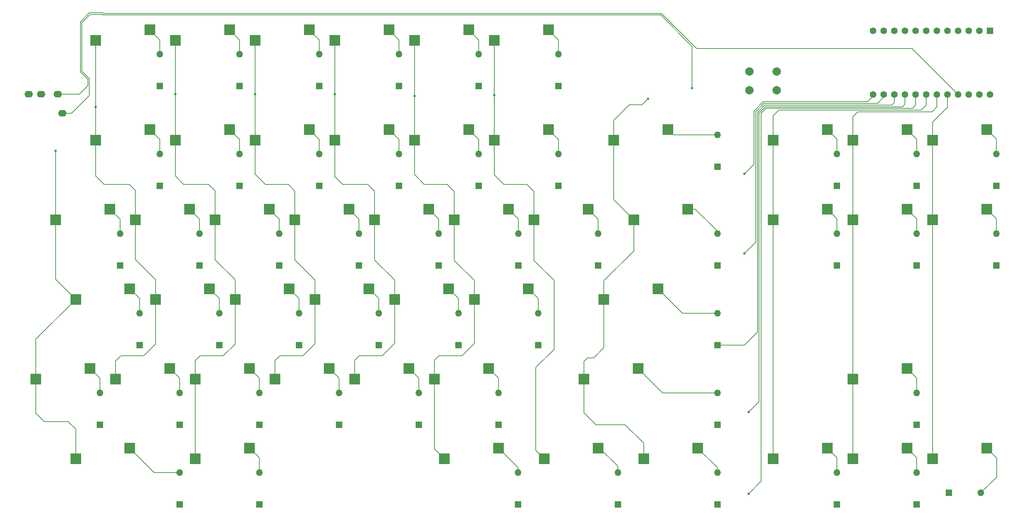
<source format=gbr>
%TF.GenerationSoftware,KiCad,Pcbnew,7.0.5*%
%TF.CreationDate,2023-06-22T07:54:55+00:00*%
%TF.ProjectId,Entry-right,456e7472-792d-4726-9967-68742e6b6963,rev?*%
%TF.SameCoordinates,Original*%
%TF.FileFunction,Copper,L2,Bot*%
%TF.FilePolarity,Positive*%
%FSLAX46Y46*%
G04 Gerber Fmt 4.6, Leading zero omitted, Abs format (unit mm)*
G04 Created by KiCad (PCBNEW 7.0.5) date 2023-06-22 07:54:55*
%MOMM*%
%LPD*%
G01*
G04 APERTURE LIST*
%TA.AperFunction,SMDPad,CuDef*%
%ADD10R,2.550000X2.500000*%
%TD*%
%TA.AperFunction,ComponentPad*%
%ADD11R,1.600000X1.600000*%
%TD*%
%TA.AperFunction,ComponentPad*%
%ADD12C,1.600000*%
%TD*%
%TA.AperFunction,ComponentPad*%
%ADD13C,2.000000*%
%TD*%
%TA.AperFunction,ComponentPad*%
%ADD14O,2.000000X1.600000*%
%TD*%
%TA.AperFunction,ComponentPad*%
%ADD15O,1.600000X1.600000*%
%TD*%
%TA.AperFunction,ViaPad*%
%ADD16C,0.600000*%
%TD*%
%TA.AperFunction,Conductor*%
%ADD17C,0.200000*%
%TD*%
G04 APERTURE END LIST*
D10*
%TO.P,MX17,1,COL*%
%TO.N,col4*%
X96102500Y-77470000D03*
%TO.P,MX17,2,ROW*%
%TO.N,Net-(D17-A)*%
X109029500Y-74930000D03*
%TD*%
%TO.P,MX21,1,COL*%
%TO.N,col8*%
X177065000Y-77470000D03*
%TO.P,MX21,2,ROW*%
%TO.N,Net-(D21-A)*%
X189992000Y-74930000D03*
%TD*%
%TO.P,MX33,1,COL*%
%TO.N,col5*%
X110390000Y-115570000D03*
%TO.P,MX33,2,ROW*%
%TO.N,Net-(D33-A)*%
X123317000Y-113030000D03*
%TD*%
%TO.P,MX8,1,COL*%
%TO.N,col3*%
X67527500Y-58420000D03*
%TO.P,MX8,2,ROW*%
%TO.N,Net-(D8-A)*%
X80454500Y-55880000D03*
%TD*%
%TO.P,MX36,1,COL*%
%TO.N,col1*%
X43715000Y-134620000D03*
%TO.P,MX36,2,ROW*%
%TO.N,Net-(D36-A)*%
X56642000Y-132080000D03*
%TD*%
%TO.P,MX42,1,COL*%
%TO.N,col10*%
X229452500Y-58420000D03*
%TO.P,MX42,2,ROW*%
%TO.N,Net-(D42-A)*%
X242379500Y-55880000D03*
%TD*%
%TO.P,MX46,1,COL*%
%TO.N,col11*%
X248502500Y-77470000D03*
%TO.P,MX46,2,ROW*%
%TO.N,Net-(D46-A)*%
X261429500Y-74930000D03*
%TD*%
%TO.P,MX32,1,COL*%
%TO.N,col4*%
X91340000Y-115570000D03*
%TO.P,MX32,2,ROW*%
%TO.N,Net-(D32-A)*%
X104267000Y-113030000D03*
%TD*%
%TO.P,MX23,1,COL*%
%TO.N,col2*%
X62765000Y-96520000D03*
%TO.P,MX23,2,ROW*%
%TO.N,Net-(D23-A)*%
X75692000Y-93980000D03*
%TD*%
%TO.P,MX37,1,COL*%
%TO.N,col3*%
X72290000Y-134620000D03*
%TO.P,MX37,2,ROW*%
%TO.N,Net-(D37-A)*%
X85217000Y-132080000D03*
%TD*%
%TO.P,MX45,1,COL*%
%TO.N,col10*%
X229452500Y-77470000D03*
%TO.P,MX45,2,ROW*%
%TO.N,Net-(D45-A)*%
X242379500Y-74930000D03*
%TD*%
%TO.P,MX27,1,COL*%
%TO.N,col6*%
X138965000Y-96520000D03*
%TO.P,MX27,2,ROW*%
%TO.N,Net-(D27-A)*%
X151892000Y-93980000D03*
%TD*%
%TO.P,MX4,1,COL*%
%TO.N,col5*%
X105627500Y-34607500D03*
%TO.P,MX4,2,ROW*%
%TO.N,Net-(D4-A)*%
X118554500Y-32067500D03*
%TD*%
%TO.P,MX13,1,COL*%
%TO.N,col8*%
X172302500Y-58420000D03*
%TO.P,MX13,2,ROW*%
%TO.N,Net-(D13-A)*%
X185229500Y-55880000D03*
%TD*%
%TO.P,MX29,1,COL*%
%TO.N,col1*%
X34190000Y-115570000D03*
%TO.P,MX29,2,ROW*%
%TO.N,Net-(D29-A)*%
X47117000Y-113030000D03*
%TD*%
%TO.P,MX18,1,COL*%
%TO.N,col5*%
X115152500Y-77470000D03*
%TO.P,MX18,2,ROW*%
%TO.N,Net-(D18-A)*%
X128079500Y-74930000D03*
%TD*%
%TO.P,MX20,1,COL*%
%TO.N,col7*%
X153252500Y-77470000D03*
%TO.P,MX20,2,ROW*%
%TO.N,Net-(D20-A)*%
X166179500Y-74930000D03*
%TD*%
%TO.P,MX48,1,COL*%
%TO.N,col9*%
X210402500Y-134620000D03*
%TO.P,MX48,2,ROW*%
%TO.N,Net-(D48-A)*%
X223329500Y-132080000D03*
%TD*%
D11*
%TO.P,U1,1,TX*%
%TO.N,col8*%
X262201750Y-32291750D03*
D12*
%TO.P,U1,2,RX*%
%TO.N,col1*%
X259661750Y-32291750D03*
%TO.P,U1,3,GND*%
%TO.N,unconnected-(U1-GND-Pad3)*%
X257121750Y-32291750D03*
%TO.P,U1,4,GND*%
%TO.N,unconnected-(U1-GND-Pad4)*%
X254581750Y-32291750D03*
%TO.P,U1,5,SDA*%
%TO.N,col2*%
X252041750Y-32291750D03*
%TO.P,U1,6,SCL*%
%TO.N,SCL*%
X249501750Y-32291750D03*
%TO.P,U1,7,D4*%
%TO.N,col3*%
X246961750Y-32291750D03*
%TO.P,U1,8,C6*%
%TO.N,col4*%
X244421750Y-32291750D03*
%TO.P,U1,9,D7*%
%TO.N,col5*%
X241881750Y-32291750D03*
%TO.P,U1,10,E6*%
%TO.N,col6*%
X239341750Y-32291750D03*
%TO.P,U1,11,B4*%
%TO.N,col7*%
X236801750Y-32291750D03*
%TO.P,U1,12,B5*%
%TO.N,row1*%
X234261750Y-32291750D03*
%TO.P,U1,13,B6*%
%TO.N,row2*%
X234261750Y-47531750D03*
%TO.P,U1,14,B2*%
%TO.N,row3*%
X236801750Y-47531750D03*
%TO.P,U1,15,B3*%
%TO.N,row4*%
X239341750Y-47531750D03*
%TO.P,U1,16,B1*%
%TO.N,row5*%
X241881750Y-47531750D03*
%TO.P,U1,17,F7*%
%TO.N,row6*%
X244421750Y-47531750D03*
%TO.P,U1,18,F6*%
%TO.N,col9*%
X246961750Y-47531750D03*
%TO.P,U1,19,F5*%
%TO.N,col10*%
X249501750Y-47531750D03*
%TO.P,U1,20,F4*%
%TO.N,col11*%
X252041750Y-47531750D03*
%TO.P,U1,21,VCC*%
%TO.N,VCC*%
X254581750Y-47531750D03*
%TO.P,U1,22,RST*%
%TO.N,RESET*%
X257121750Y-47531750D03*
%TO.P,U1,23,GND*%
%TO.N,GND*%
X259661750Y-47531750D03*
%TO.P,U1,24,RAW*%
%TO.N,unconnected-(U1-RAW-Pad24)*%
X262201750Y-47531750D03*
%TD*%
D10*
%TO.P,MX9,1,COL*%
%TO.N,col4*%
X86577500Y-58420000D03*
%TO.P,MX9,2,ROW*%
%TO.N,Net-(D9-A)*%
X99504500Y-55880000D03*
%TD*%
%TO.P,MX19,1,COL*%
%TO.N,col6*%
X134202500Y-77470000D03*
%TO.P,MX19,2,ROW*%
%TO.N,Net-(D19-A)*%
X147129500Y-74930000D03*
%TD*%
%TO.P,MX25,1,COL*%
%TO.N,col4*%
X100865000Y-96520000D03*
%TO.P,MX25,2,ROW*%
%TO.N,Net-(D25-A)*%
X113792000Y-93980000D03*
%TD*%
%TO.P,MX26,1,COL*%
%TO.N,col5*%
X119915000Y-96520000D03*
%TO.P,MX26,2,ROW*%
%TO.N,Net-(D26-A)*%
X132842000Y-93980000D03*
%TD*%
%TO.P,MX3,1,COL*%
%TO.N,col4*%
X86577500Y-34607500D03*
%TO.P,MX3,2,ROW*%
%TO.N,Net-(D3-A)*%
X99504500Y-32067500D03*
%TD*%
%TO.P,MX31,1,COL*%
%TO.N,col3*%
X72290000Y-115570000D03*
%TO.P,MX31,2,ROW*%
%TO.N,Net-(D31-A)*%
X85217000Y-113030000D03*
%TD*%
%TO.P,MX10,1,COL*%
%TO.N,col5*%
X105627500Y-58420000D03*
%TO.P,MX10,2,ROW*%
%TO.N,Net-(D10-A)*%
X118554500Y-55880000D03*
%TD*%
%TO.P,MX49,1,COL*%
%TO.N,col10*%
X229452500Y-134620000D03*
%TO.P,MX49,2,ROW*%
%TO.N,Net-(D49-A)*%
X242379500Y-132080000D03*
%TD*%
%TO.P,MX11,1,COL*%
%TO.N,col6*%
X124677500Y-58420000D03*
%TO.P,MX11,2,ROW*%
%TO.N,Net-(D11-A)*%
X137604500Y-55880000D03*
%TD*%
%TO.P,MX28,1,COL*%
%TO.N,col8*%
X169921250Y-96520000D03*
%TO.P,MX28,2,ROW*%
%TO.N,Net-(D28-A)*%
X182848250Y-93980000D03*
%TD*%
%TO.P,MX12,1,COL*%
%TO.N,col7*%
X143727500Y-58420000D03*
%TO.P,MX12,2,ROW*%
%TO.N,Net-(D12-A)*%
X156654500Y-55880000D03*
%TD*%
%TO.P,MX44,1,COL*%
%TO.N,col9*%
X210402500Y-77470000D03*
%TO.P,MX44,2,ROW*%
%TO.N,Net-(D44-A)*%
X223329500Y-74930000D03*
%TD*%
%TO.P,MX40,1,COL*%
%TO.N,col8*%
X179446250Y-134620000D03*
%TO.P,MX40,2,ROW*%
%TO.N,Net-(D40-A)*%
X192373250Y-132080000D03*
%TD*%
%TO.P,MX22,1,COL*%
%TO.N,col1*%
X43715000Y-96520000D03*
%TO.P,MX22,2,ROW*%
%TO.N,Net-(D22-A)*%
X56642000Y-93980000D03*
%TD*%
%TO.P,MX14,1,COL*%
%TO.N,col1*%
X38952500Y-77470000D03*
%TO.P,MX14,2,ROW*%
%TO.N,Net-(D14-A)*%
X51879500Y-74930000D03*
%TD*%
%TO.P,MX35,1,COL*%
%TO.N,col8*%
X165158750Y-115570000D03*
%TO.P,MX35,2,ROW*%
%TO.N,Net-(D35-A)*%
X178085750Y-113030000D03*
%TD*%
%TO.P,MX24,1,COL*%
%TO.N,col3*%
X81815000Y-96520000D03*
%TO.P,MX24,2,ROW*%
%TO.N,Net-(D24-A)*%
X94742000Y-93980000D03*
%TD*%
%TO.P,MX43,1,COL*%
%TO.N,col11*%
X248502500Y-58420000D03*
%TO.P,MX43,2,ROW*%
%TO.N,Net-(D43-A)*%
X261429500Y-55880000D03*
%TD*%
%TO.P,MX38,1,COL*%
%TO.N,col6*%
X131821250Y-134620000D03*
%TO.P,MX38,2,ROW*%
%TO.N,Net-(D38-A)*%
X144748250Y-132080000D03*
%TD*%
%TO.P,MX7,1,COL*%
%TO.N,col2*%
X48477500Y-58420000D03*
%TO.P,MX7,2,ROW*%
%TO.N,Net-(D7-A)*%
X61404500Y-55880000D03*
%TD*%
D13*
%TO.P,RESET1,1,1*%
%TO.N,RESET*%
X211212500Y-46541250D03*
X204712500Y-46541250D03*
%TO.P,RESET1,2,2*%
%TO.N,GND*%
X211212500Y-42041250D03*
X204712500Y-42041250D03*
%TD*%
D10*
%TO.P,MX30,1,COL*%
%TO.N,col2*%
X53240000Y-115570000D03*
%TO.P,MX30,2,ROW*%
%TO.N,Net-(D30-A)*%
X66167000Y-113030000D03*
%TD*%
D14*
%TO.P,U2,1,SLEEVE*%
%TO.N,GND*%
X40550000Y-52022500D03*
%TO.P,U2,2,TIP*%
%TO.N,VCC*%
X39450000Y-47422500D03*
%TO.P,U2,3,RING1*%
%TO.N,SCL*%
X35450000Y-47422500D03*
%TO.P,U2,4,RING2*%
%TO.N,unconnected-(U2-RING2-Pad4)*%
X32450000Y-47422500D03*
%TD*%
D10*
%TO.P,MX41,1,COL*%
%TO.N,col9*%
X210402500Y-58420000D03*
%TO.P,MX41,2,ROW*%
%TO.N,Net-(D41-A)*%
X223329500Y-55880000D03*
%TD*%
%TO.P,MX34,1,COL*%
%TO.N,col6*%
X129440000Y-115570000D03*
%TO.P,MX34,2,ROW*%
%TO.N,Net-(D34-A)*%
X142367000Y-113030000D03*
%TD*%
%TO.P,MX47,1,COL*%
%TO.N,col10*%
X229452500Y-115570000D03*
%TO.P,MX47,2,ROW*%
%TO.N,Net-(D47-A)*%
X242379500Y-113030000D03*
%TD*%
%TO.P,MX2,1,COL*%
%TO.N,col3*%
X67527500Y-34607500D03*
%TO.P,MX2,2,ROW*%
%TO.N,Net-(D2-A)*%
X80454500Y-32067500D03*
%TD*%
%TO.P,MX6,1,COL*%
%TO.N,col7*%
X143727500Y-34607500D03*
%TO.P,MX6,2,ROW*%
%TO.N,Net-(D6-A)*%
X156654500Y-32067500D03*
%TD*%
%TO.P,MX39,1,COL*%
%TO.N,col7*%
X155633750Y-134620000D03*
%TO.P,MX39,2,ROW*%
%TO.N,Net-(D39-A)*%
X168560750Y-132080000D03*
%TD*%
%TO.P,MX5,1,COL*%
%TO.N,col6*%
X124677500Y-34607500D03*
%TO.P,MX5,2,ROW*%
%TO.N,Net-(D5-A)*%
X137604500Y-32067500D03*
%TD*%
%TO.P,MX15,1,COL*%
%TO.N,col2*%
X58002500Y-77470000D03*
%TO.P,MX15,2,ROW*%
%TO.N,Net-(D15-A)*%
X70929500Y-74930000D03*
%TD*%
%TO.P,MX1,1,COL*%
%TO.N,col2*%
X48477500Y-34607500D03*
%TO.P,MX1,2,ROW*%
%TO.N,Net-(D1-A)*%
X61404500Y-32067500D03*
%TD*%
%TO.P,MX16,1,COL*%
%TO.N,col3*%
X77052500Y-77470000D03*
%TO.P,MX16,2,ROW*%
%TO.N,Net-(D16-A)*%
X89979500Y-74930000D03*
%TD*%
%TO.P,MX50,1,COL*%
%TO.N,col11*%
X248502500Y-134620000D03*
%TO.P,MX50,2,ROW*%
%TO.N,Net-(D50-A)*%
X261429500Y-132080000D03*
%TD*%
D11*
%TO.P,D37,1,K*%
%TO.N,row6*%
X87562500Y-145530000D03*
D15*
%TO.P,D37,2,A*%
%TO.N,Net-(D37-A)*%
X87562500Y-137910000D03*
%TD*%
D11*
%TO.P,D49,1,K*%
%TO.N,row6*%
X244677500Y-145530000D03*
D15*
%TO.P,D49,2,A*%
%TO.N,Net-(D49-A)*%
X244677500Y-137910000D03*
%TD*%
D11*
%TO.P,D26,1,K*%
%TO.N,row4*%
X135187500Y-107430000D03*
D15*
%TO.P,D26,2,A*%
%TO.N,Net-(D26-A)*%
X135187500Y-99810000D03*
%TD*%
D11*
%TO.P,D43,1,K*%
%TO.N,row2*%
X263727500Y-69330000D03*
D15*
%TO.P,D43,2,A*%
%TO.N,Net-(D43-A)*%
X263727500Y-61710000D03*
%TD*%
D11*
%TO.P,D8,1,K*%
%TO.N,row2*%
X82862500Y-69330000D03*
D15*
%TO.P,D8,2,A*%
%TO.N,Net-(D8-A)*%
X82862500Y-61710000D03*
%TD*%
D11*
%TO.P,D2,1,K*%
%TO.N,row1*%
X82862500Y-45517500D03*
D15*
%TO.P,D2,2,A*%
%TO.N,Net-(D2-A)*%
X82862500Y-37897500D03*
%TD*%
D11*
%TO.P,D14,1,K*%
%TO.N,row3*%
X54287500Y-88380000D03*
D15*
%TO.P,D14,2,A*%
%TO.N,Net-(D14-A)*%
X54287500Y-80760000D03*
%TD*%
D11*
%TO.P,D18,1,K*%
%TO.N,row3*%
X130472500Y-88380000D03*
D15*
%TO.P,D18,2,A*%
%TO.N,Net-(D18-A)*%
X130472500Y-80760000D03*
%TD*%
D11*
%TO.P,D1,1,K*%
%TO.N,row1*%
X63812500Y-45517500D03*
D15*
%TO.P,D1,2,A*%
%TO.N,Net-(D1-A)*%
X63812500Y-37897500D03*
%TD*%
D11*
%TO.P,D3,1,K*%
%TO.N,row1*%
X101912500Y-45517500D03*
D15*
%TO.P,D3,2,A*%
%TO.N,Net-(D3-A)*%
X101912500Y-37897500D03*
%TD*%
D11*
%TO.P,D25,1,K*%
%TO.N,row4*%
X116137500Y-107430000D03*
D15*
%TO.P,D25,2,A*%
%TO.N,Net-(D25-A)*%
X116137500Y-99810000D03*
%TD*%
D11*
%TO.P,D32,1,K*%
%TO.N,row5*%
X106612500Y-126480000D03*
D15*
%TO.P,D32,2,A*%
%TO.N,Net-(D32-A)*%
X106612500Y-118860000D03*
%TD*%
D11*
%TO.P,D41,1,K*%
%TO.N,row2*%
X225627500Y-69330000D03*
D15*
%TO.P,D41,2,A*%
%TO.N,Net-(D41-A)*%
X225627500Y-61710000D03*
%TD*%
D11*
%TO.P,D24,1,K*%
%TO.N,row4*%
X97087500Y-107430000D03*
D15*
%TO.P,D24,2,A*%
%TO.N,Net-(D24-A)*%
X97087500Y-99810000D03*
%TD*%
D11*
%TO.P,D19,1,K*%
%TO.N,row3*%
X149522500Y-88380000D03*
D15*
%TO.P,D19,2,A*%
%TO.N,Net-(D19-A)*%
X149522500Y-80760000D03*
%TD*%
D11*
%TO.P,D10,1,K*%
%TO.N,row2*%
X120962500Y-69330000D03*
D15*
%TO.P,D10,2,A*%
%TO.N,Net-(D10-A)*%
X120962500Y-61710000D03*
%TD*%
D11*
%TO.P,D39,1,K*%
%TO.N,row6*%
X173287500Y-145530000D03*
D15*
%TO.P,D39,2,A*%
%TO.N,Net-(D39-A)*%
X173287500Y-137910000D03*
%TD*%
D11*
%TO.P,D46,1,K*%
%TO.N,row3*%
X263727500Y-88380000D03*
D15*
%TO.P,D46,2,A*%
%TO.N,Net-(D46-A)*%
X263727500Y-80760000D03*
%TD*%
D11*
%TO.P,D4,1,K*%
%TO.N,row1*%
X120962500Y-45517500D03*
D15*
%TO.P,D4,2,A*%
%TO.N,Net-(D4-A)*%
X120962500Y-37897500D03*
%TD*%
D11*
%TO.P,D21,1,K*%
%TO.N,row3*%
X197052500Y-88380000D03*
D15*
%TO.P,D21,2,A*%
%TO.N,Net-(D21-A)*%
X197052500Y-80760000D03*
%TD*%
D11*
%TO.P,D40,1,K*%
%TO.N,row6*%
X197052500Y-145530000D03*
D15*
%TO.P,D40,2,A*%
%TO.N,Net-(D40-A)*%
X197052500Y-137910000D03*
%TD*%
D11*
%TO.P,D50,1,K*%
%TO.N,row6*%
X252390000Y-142800000D03*
D15*
%TO.P,D50,2,A*%
%TO.N,Net-(D50-A)*%
X260010000Y-142800000D03*
%TD*%
D11*
%TO.P,D38,1,K*%
%TO.N,row6*%
X149427500Y-145530000D03*
D15*
%TO.P,D38,2,A*%
%TO.N,Net-(D38-A)*%
X149427500Y-137910000D03*
%TD*%
D11*
%TO.P,D33,1,K*%
%TO.N,row5*%
X125662500Y-126480000D03*
D15*
%TO.P,D33,2,A*%
%TO.N,Net-(D33-A)*%
X125662500Y-118860000D03*
%TD*%
D11*
%TO.P,D20,1,K*%
%TO.N,row3*%
X168577500Y-88380000D03*
D15*
%TO.P,D20,2,A*%
%TO.N,Net-(D20-A)*%
X168577500Y-80760000D03*
%TD*%
D11*
%TO.P,D47,1,K*%
%TO.N,row5*%
X244677500Y-126480000D03*
D15*
%TO.P,D47,2,A*%
%TO.N,Net-(D47-A)*%
X244677500Y-118860000D03*
%TD*%
D11*
%TO.P,D13,1,K*%
%TO.N,row2*%
X197052500Y-64770000D03*
D15*
%TO.P,D13,2,A*%
%TO.N,Net-(D13-A)*%
X197052500Y-57150000D03*
%TD*%
D11*
%TO.P,D16,1,K*%
%TO.N,row3*%
X92372500Y-88380000D03*
D15*
%TO.P,D16,2,A*%
%TO.N,Net-(D16-A)*%
X92372500Y-80760000D03*
%TD*%
D11*
%TO.P,D30,1,K*%
%TO.N,row5*%
X68512500Y-126480000D03*
D15*
%TO.P,D30,2,A*%
%TO.N,Net-(D30-A)*%
X68512500Y-118860000D03*
%TD*%
D11*
%TO.P,D31,1,K*%
%TO.N,row5*%
X87562500Y-126480000D03*
D15*
%TO.P,D31,2,A*%
%TO.N,Net-(D31-A)*%
X87562500Y-118860000D03*
%TD*%
D11*
%TO.P,D17,1,K*%
%TO.N,row3*%
X111422500Y-88380000D03*
D15*
%TO.P,D17,2,A*%
%TO.N,Net-(D17-A)*%
X111422500Y-80760000D03*
%TD*%
D11*
%TO.P,D35,1,K*%
%TO.N,row5*%
X197052500Y-126480000D03*
D15*
%TO.P,D35,2,A*%
%TO.N,Net-(D35-A)*%
X197052500Y-118860000D03*
%TD*%
D11*
%TO.P,D15,1,K*%
%TO.N,row3*%
X73322500Y-88380000D03*
D15*
%TO.P,D15,2,A*%
%TO.N,Net-(D15-A)*%
X73322500Y-80760000D03*
%TD*%
D11*
%TO.P,D23,1,K*%
%TO.N,row4*%
X78037500Y-107430000D03*
D15*
%TO.P,D23,2,A*%
%TO.N,Net-(D23-A)*%
X78037500Y-99810000D03*
%TD*%
D11*
%TO.P,D44,1,K*%
%TO.N,row3*%
X225627500Y-88380000D03*
D15*
%TO.P,D44,2,A*%
%TO.N,Net-(D44-A)*%
X225627500Y-80760000D03*
%TD*%
D11*
%TO.P,D11,1,K*%
%TO.N,row2*%
X140012500Y-69330000D03*
D15*
%TO.P,D11,2,A*%
%TO.N,Net-(D11-A)*%
X140012500Y-61710000D03*
%TD*%
D11*
%TO.P,D36,1,K*%
%TO.N,row6*%
X68512500Y-145530000D03*
D15*
%TO.P,D36,2,A*%
%TO.N,Net-(D36-A)*%
X68512500Y-137910000D03*
%TD*%
D11*
%TO.P,D6,1,K*%
%TO.N,row1*%
X159062500Y-45517500D03*
D15*
%TO.P,D6,2,A*%
%TO.N,Net-(D6-A)*%
X159062500Y-37897500D03*
%TD*%
D11*
%TO.P,D27,1,K*%
%TO.N,row4*%
X154237500Y-107430000D03*
D15*
%TO.P,D27,2,A*%
%TO.N,Net-(D27-A)*%
X154237500Y-99810000D03*
%TD*%
D11*
%TO.P,D45,1,K*%
%TO.N,row3*%
X244677500Y-88380000D03*
D15*
%TO.P,D45,2,A*%
%TO.N,Net-(D45-A)*%
X244677500Y-80760000D03*
%TD*%
D11*
%TO.P,D12,1,K*%
%TO.N,row2*%
X159062500Y-69330000D03*
D15*
%TO.P,D12,2,A*%
%TO.N,Net-(D12-A)*%
X159062500Y-61710000D03*
%TD*%
D11*
%TO.P,D48,1,K*%
%TO.N,row6*%
X225627500Y-145530000D03*
D15*
%TO.P,D48,2,A*%
%TO.N,Net-(D48-A)*%
X225627500Y-137910000D03*
%TD*%
D11*
%TO.P,D34,1,K*%
%TO.N,row5*%
X144712500Y-126480000D03*
D15*
%TO.P,D34,2,A*%
%TO.N,Net-(D34-A)*%
X144712500Y-118860000D03*
%TD*%
D11*
%TO.P,D5,1,K*%
%TO.N,row1*%
X140012500Y-45517500D03*
D15*
%TO.P,D5,2,A*%
%TO.N,Net-(D5-A)*%
X140012500Y-37897500D03*
%TD*%
D11*
%TO.P,D29,1,K*%
%TO.N,row5*%
X49462500Y-126480000D03*
D15*
%TO.P,D29,2,A*%
%TO.N,Net-(D29-A)*%
X49462500Y-118860000D03*
%TD*%
D11*
%TO.P,D42,1,K*%
%TO.N,row2*%
X244677500Y-69330000D03*
D15*
%TO.P,D42,2,A*%
%TO.N,Net-(D42-A)*%
X244677500Y-61710000D03*
%TD*%
D11*
%TO.P,D28,1,K*%
%TO.N,row4*%
X197052500Y-107430000D03*
D15*
%TO.P,D28,2,A*%
%TO.N,Net-(D28-A)*%
X197052500Y-99810000D03*
%TD*%
D11*
%TO.P,D7,1,K*%
%TO.N,row2*%
X63812500Y-69330000D03*
D15*
%TO.P,D7,2,A*%
%TO.N,Net-(D7-A)*%
X63812500Y-61710000D03*
%TD*%
D11*
%TO.P,D9,1,K*%
%TO.N,row2*%
X101912500Y-69330000D03*
D15*
%TO.P,D9,2,A*%
%TO.N,Net-(D9-A)*%
X101912500Y-61710000D03*
%TD*%
D11*
%TO.P,D22,1,K*%
%TO.N,row4*%
X58987500Y-107430000D03*
D15*
%TO.P,D22,2,A*%
%TO.N,Net-(D22-A)*%
X58987500Y-99810000D03*
%TD*%
D16*
%TO.N,row6*%
X204500000Y-143000000D03*
%TO.N,row5*%
X204500000Y-123500000D03*
%TO.N,row3*%
X203500000Y-85500000D03*
%TO.N,row2*%
X203500000Y-66500000D03*
%TO.N,col8*%
X180500000Y-48500000D03*
%TO.N,col7*%
X143727500Y-47650000D03*
%TO.N,col6*%
X124677500Y-47875000D03*
%TO.N,col5*%
X105627500Y-47450000D03*
%TO.N,col4*%
X86577500Y-47475000D03*
%TO.N,col3*%
X67527500Y-47450000D03*
%TO.N,col2*%
X48477500Y-50500000D03*
%TO.N,col1*%
X38952500Y-61000000D03*
%TO.N,GND*%
X191000000Y-46000000D03*
%TD*%
D17*
%TO.N,row6*%
X208692744Y-50850000D02*
X207500000Y-52042744D01*
X244421750Y-50078250D02*
X243650000Y-50850000D01*
X243650000Y-50850000D02*
X208692744Y-50850000D01*
X207500000Y-140000000D02*
X204500000Y-143000000D01*
X207500000Y-52042744D02*
X207500000Y-140000000D01*
X244421750Y-47531750D02*
X244421750Y-50078250D01*
%TO.N,row5*%
X207000000Y-121000000D02*
X204500000Y-123500000D01*
X208527058Y-50450000D02*
X207000000Y-51977058D01*
X241250000Y-50450000D02*
X208527058Y-50450000D01*
X207000000Y-51977058D02*
X207000000Y-121000000D01*
X241881750Y-49818250D02*
X241250000Y-50450000D01*
X241881750Y-47531750D02*
X241881750Y-49818250D01*
%TO.N,row4*%
X208361372Y-50050000D02*
X206600000Y-51811372D01*
X206600000Y-104330000D02*
X203500000Y-107430000D01*
X238750000Y-50050000D02*
X208361372Y-50050000D01*
X239341750Y-47531750D02*
X239341750Y-49458250D01*
X203500000Y-107430000D02*
X197052500Y-107430000D01*
X206600000Y-51811372D02*
X206600000Y-104330000D01*
X239341750Y-49458250D02*
X238750000Y-50050000D01*
%TO.N,row3*%
X236801750Y-48148250D02*
X235300000Y-49650000D01*
X235300000Y-49650000D02*
X208195686Y-49650000D01*
X206200000Y-51645686D02*
X206200000Y-82800000D01*
X206200000Y-82800000D02*
X203500000Y-85500000D01*
X208195686Y-49650000D02*
X206200000Y-51645686D01*
X236801750Y-47531750D02*
X236801750Y-48148250D01*
%TO.N,row2*%
X208030000Y-49250000D02*
X205800000Y-51480000D01*
X232950000Y-49250000D02*
X208030000Y-49250000D01*
X234261750Y-47938250D02*
X232950000Y-49250000D01*
X205800000Y-64200000D02*
X203500000Y-66500000D01*
X234261750Y-47531750D02*
X234261750Y-47938250D01*
X205800000Y-51480000D02*
X205800000Y-64200000D01*
%TO.N,col9*%
X245750000Y-51250000D02*
X211720000Y-51250000D01*
X210402500Y-52567500D02*
X210402500Y-58420000D01*
X211720000Y-51250000D02*
X210402500Y-52567500D01*
X246961750Y-47531750D02*
X246961750Y-50038250D01*
X210402500Y-134620000D02*
X210402500Y-58420000D01*
X246961750Y-50038250D02*
X245750000Y-51250000D01*
%TO.N,col8*%
X169921250Y-96520000D02*
X169921250Y-92078750D01*
X165158750Y-123658750D02*
X168000000Y-126500000D01*
X175000000Y-126500000D02*
X179446250Y-130946250D01*
X172302500Y-72707500D02*
X177065000Y-77470000D01*
X165158750Y-111341250D02*
X166000000Y-110500000D01*
X169921250Y-108078750D02*
X169921250Y-96520000D01*
X172302500Y-58420000D02*
X172302500Y-72707500D01*
X165158750Y-115570000D02*
X165158750Y-111341250D01*
X177065000Y-84935000D02*
X177065000Y-77470000D01*
X165158750Y-115570000D02*
X165158750Y-123658750D01*
X176000000Y-50000000D02*
X172302500Y-53697500D01*
X180500000Y-48500000D02*
X179000000Y-50000000D01*
X179000000Y-50000000D02*
X176000000Y-50000000D01*
X166000000Y-110500000D02*
X167500000Y-110500000D01*
X169921250Y-92078750D02*
X177065000Y-84935000D01*
X168000000Y-126500000D02*
X175000000Y-126500000D01*
X172302500Y-53697500D02*
X172302500Y-58420000D01*
X179446250Y-130946250D02*
X179446250Y-134620000D01*
X167500000Y-110500000D02*
X169921250Y-108078750D01*
%TO.N,col7*%
X143727500Y-47652500D02*
X143727500Y-58420000D01*
X143727500Y-66727500D02*
X146000000Y-69000000D01*
X143725000Y-47650000D02*
X143727500Y-47652500D01*
X153660000Y-112840000D02*
X158000000Y-108500000D01*
X155633750Y-134620000D02*
X153660000Y-132646250D01*
X153252500Y-70752500D02*
X153252500Y-77470000D01*
X153252500Y-87252500D02*
X153252500Y-77470000D01*
X143727500Y-47647500D02*
X143725000Y-47650000D01*
X153660000Y-132646250D02*
X153660000Y-112840000D01*
X158000000Y-108500000D02*
X158000000Y-92000000D01*
X146000000Y-69000000D02*
X151500000Y-69000000D01*
X143727500Y-34607500D02*
X143727500Y-47647500D01*
X151500000Y-69000000D02*
X153252500Y-70752500D01*
X158000000Y-92000000D02*
X153252500Y-87252500D01*
X143727500Y-58420000D02*
X143727500Y-66727500D01*
%TO.N,col6*%
X130500000Y-110000000D02*
X136000000Y-110000000D01*
X124677500Y-47872500D02*
X124675000Y-47875000D01*
X138965000Y-91965000D02*
X138965000Y-96520000D01*
X124677500Y-58420000D02*
X124677500Y-66677500D01*
X134202500Y-70702500D02*
X134202500Y-77470000D01*
X134202500Y-77470000D02*
X134202500Y-87202500D01*
X124677500Y-34607500D02*
X124677500Y-47872500D01*
X124677500Y-47877500D02*
X124677500Y-58420000D01*
X129440000Y-115570000D02*
X129440000Y-111060000D01*
X127000000Y-69000000D02*
X132500000Y-69000000D01*
X129440000Y-132238750D02*
X131821250Y-134620000D01*
X138965000Y-107035000D02*
X138965000Y-96520000D01*
X129440000Y-115570000D02*
X129440000Y-132238750D01*
X129440000Y-111060000D02*
X130500000Y-110000000D01*
X132500000Y-69000000D02*
X134202500Y-70702500D01*
X124677500Y-66677500D02*
X127000000Y-69000000D01*
X136000000Y-110000000D02*
X138965000Y-107035000D01*
X124675000Y-47875000D02*
X124677500Y-47877500D01*
X134202500Y-87202500D02*
X138965000Y-91965000D01*
%TO.N,col5*%
X105625000Y-47450000D02*
X105627500Y-47452500D01*
X119915000Y-91915000D02*
X119915000Y-96520000D01*
X105627500Y-47447500D02*
X105625000Y-47450000D01*
X113500000Y-69000000D02*
X115152500Y-70652500D01*
X107500000Y-69000000D02*
X113500000Y-69000000D01*
X105627500Y-67127500D02*
X107500000Y-69000000D01*
X117000000Y-110000000D02*
X119915000Y-107085000D01*
X111500000Y-110000000D02*
X117000000Y-110000000D01*
X110390000Y-111110000D02*
X111500000Y-110000000D01*
X105627500Y-47452500D02*
X105627500Y-58420000D01*
X115152500Y-70652500D02*
X115152500Y-77470000D01*
X115152500Y-87152500D02*
X119915000Y-91915000D01*
X115152500Y-77470000D02*
X115152500Y-87152500D01*
X105627500Y-58420000D02*
X105627500Y-67127500D01*
X105627500Y-34607500D02*
X105627500Y-47447500D01*
X110390000Y-115570000D02*
X110390000Y-111110000D01*
X119915000Y-107085000D02*
X119915000Y-96520000D01*
%TO.N,col4*%
X98000000Y-110000000D02*
X100865000Y-107135000D01*
X86575000Y-47475000D02*
X86577500Y-47472500D01*
X86577500Y-47472500D02*
X86577500Y-34607500D01*
X100865000Y-91865000D02*
X100865000Y-96520000D01*
X91340000Y-115570000D02*
X91340000Y-111160000D01*
X86577500Y-47477500D02*
X86575000Y-47475000D01*
X96102500Y-77470000D02*
X96102500Y-87102500D01*
X91340000Y-111160000D02*
X92500000Y-110000000D01*
X94500000Y-69000000D02*
X96102500Y-70602500D01*
X100865000Y-107135000D02*
X100865000Y-96520000D01*
X89000000Y-69000000D02*
X94500000Y-69000000D01*
X96102500Y-87102500D02*
X100865000Y-91865000D01*
X92500000Y-110000000D02*
X98000000Y-110000000D01*
X86577500Y-58420000D02*
X86577500Y-66577500D01*
X96102500Y-70602500D02*
X96102500Y-77470000D01*
X86577500Y-66577500D02*
X89000000Y-69000000D01*
X86577500Y-58420000D02*
X86577500Y-47477500D01*
%TO.N,col3*%
X72290000Y-115570000D02*
X72290000Y-111210000D01*
X77052500Y-70552500D02*
X77052500Y-77470000D01*
X67500000Y-67000000D02*
X69500000Y-69000000D01*
X72290000Y-134620000D02*
X72290000Y-115570000D01*
X73500000Y-110000000D02*
X79000000Y-110000000D01*
X67527500Y-58420000D02*
X67527500Y-66972500D01*
X67527500Y-66972500D02*
X67500000Y-67000000D01*
X77052500Y-87052500D02*
X81815000Y-91815000D01*
X69500000Y-69000000D02*
X75500000Y-69000000D01*
X81815000Y-91815000D02*
X81815000Y-96520000D01*
X79000000Y-110000000D02*
X81815000Y-107185000D01*
X72290000Y-111210000D02*
X73500000Y-110000000D01*
X67527500Y-47447500D02*
X67525000Y-47450000D01*
X75500000Y-69000000D02*
X77052500Y-70552500D01*
X67525000Y-47450000D02*
X67527500Y-47452500D01*
X67527500Y-47452500D02*
X67527500Y-58420000D01*
X81815000Y-107185000D02*
X81815000Y-96520000D01*
X67527500Y-34607500D02*
X67527500Y-47447500D01*
X77052500Y-77470000D02*
X77052500Y-87052500D01*
%TO.N,col2*%
X48477500Y-34607500D02*
X48477500Y-44977500D01*
X48500000Y-45000000D02*
X48477500Y-45022500D01*
X48477500Y-66977500D02*
X50500000Y-69000000D01*
X58002500Y-77470000D02*
X58002500Y-86997500D01*
X54500000Y-110000000D02*
X60000000Y-110000000D01*
X48477500Y-44977500D02*
X48500000Y-45000000D01*
X53240000Y-115570000D02*
X53240000Y-111260000D01*
X48477500Y-58420000D02*
X48477500Y-66977500D01*
X62765000Y-91765000D02*
X62765000Y-96520000D01*
X50500000Y-69000000D02*
X56497500Y-69000000D01*
X53240000Y-111260000D02*
X54500000Y-110000000D01*
X60000000Y-110000000D02*
X62765000Y-107235000D01*
X58000000Y-87000000D02*
X62765000Y-91765000D01*
X56497500Y-69000000D02*
X58002500Y-70505000D01*
X62765000Y-107235000D02*
X62765000Y-96520000D01*
X48477500Y-45022500D02*
X48477500Y-58420000D01*
X58002500Y-86997500D02*
X58000000Y-87000000D01*
X58002500Y-70505000D02*
X58002500Y-77470000D01*
%TO.N,col11*%
X248502500Y-54097500D02*
X248502500Y-58420000D01*
X252041750Y-50558250D02*
X248502500Y-54097500D01*
X252041750Y-47531750D02*
X252041750Y-50558250D01*
X248502500Y-134620000D02*
X248502500Y-58420000D01*
%TO.N,col10*%
X229452500Y-52827500D02*
X229452500Y-58420000D01*
X248350000Y-51650000D02*
X230630000Y-51650000D01*
X229452500Y-58420000D02*
X229452500Y-134620000D01*
X249501750Y-47531750D02*
X249501750Y-50498250D01*
X249501750Y-50498250D02*
X248350000Y-51650000D01*
X230630000Y-51650000D02*
X229452500Y-52827500D01*
%TO.N,col1*%
X38952500Y-77470000D02*
X38952500Y-61000000D01*
X34190000Y-123725000D02*
X36195000Y-125730000D01*
X34190000Y-115570000D02*
X34190000Y-123725000D01*
X41910000Y-125730000D02*
X43715000Y-127535000D01*
X34190000Y-106045000D02*
X43715000Y-96520000D01*
X43715000Y-127535000D02*
X43715000Y-134620000D01*
X34190000Y-115570000D02*
X34190000Y-106045000D01*
X36195000Y-125730000D02*
X41910000Y-125730000D01*
X38952500Y-91757500D02*
X43715000Y-96520000D01*
X38952500Y-77470000D02*
X38952500Y-91757500D01*
%TO.N,VCC*%
X44812500Y-30187500D02*
X44812500Y-42090685D01*
X44577500Y-47422500D02*
X39450000Y-47422500D01*
X50265686Y-28100000D02*
X50165685Y-28000000D01*
X44812500Y-42090685D02*
X46600000Y-43878186D01*
X47000000Y-28000000D02*
X44812500Y-30187500D01*
X46600000Y-43878186D02*
X46600000Y-45400000D01*
X50165685Y-28000000D02*
X47000000Y-28000000D01*
X192065685Y-36500000D02*
X183665685Y-28100000D01*
X46600000Y-45400000D02*
X44577500Y-47422500D01*
X254581750Y-47531750D02*
X243550000Y-36500000D01*
X183665685Y-28100000D02*
X50265686Y-28100000D01*
X243550000Y-36500000D02*
X192065685Y-36500000D01*
%TO.N,Net-(D9-A)*%
X101912500Y-61710000D02*
X101912500Y-58288000D01*
X101912500Y-58288000D02*
X99504500Y-55880000D01*
%TO.N,Net-(D8-A)*%
X82862500Y-58288000D02*
X80454500Y-55880000D01*
X82862500Y-61710000D02*
X82862500Y-58288000D01*
%TO.N,Net-(D7-A)*%
X63812500Y-61710000D02*
X63812500Y-58288000D01*
X63812500Y-58288000D02*
X61404500Y-55880000D01*
%TO.N,Net-(D6-A)*%
X159062500Y-34475500D02*
X156654500Y-32067500D01*
X159062500Y-37897500D02*
X159062500Y-34475500D01*
%TO.N,Net-(D50-A)*%
X260010000Y-142800000D02*
X263800000Y-139010000D01*
X263800000Y-134450500D02*
X261429500Y-132080000D01*
X263800000Y-139010000D02*
X263800000Y-134450500D01*
%TO.N,Net-(D5-A)*%
X140012500Y-34475500D02*
X137604500Y-32067500D01*
X140012500Y-37897500D02*
X140012500Y-34475500D01*
%TO.N,Net-(D49-A)*%
X244677500Y-134378000D02*
X242379500Y-132080000D01*
X244677500Y-137910000D02*
X244677500Y-134378000D01*
%TO.N,Net-(D48-A)*%
X225627500Y-134378000D02*
X223329500Y-132080000D01*
X225627500Y-137910000D02*
X225627500Y-134378000D01*
%TO.N,Net-(D47-A)*%
X244677500Y-118860000D02*
X244677500Y-115328000D01*
X244677500Y-115328000D02*
X242379500Y-113030000D01*
%TO.N,Net-(D46-A)*%
X263727500Y-80760000D02*
X263727500Y-77228000D01*
X263727500Y-77228000D02*
X261429500Y-74930000D01*
%TO.N,Net-(D45-A)*%
X244677500Y-77228000D02*
X242379500Y-74930000D01*
X244677500Y-80760000D02*
X244677500Y-77228000D01*
%TO.N,Net-(D44-A)*%
X225627500Y-77228000D02*
X223329500Y-74930000D01*
X225627500Y-80760000D02*
X225627500Y-77228000D01*
%TO.N,Net-(D43-A)*%
X263727500Y-61710000D02*
X263727500Y-58178000D01*
X263727500Y-58178000D02*
X261429500Y-55880000D01*
%TO.N,Net-(D42-A)*%
X244677500Y-61710000D02*
X244677500Y-58178000D01*
X244677500Y-58178000D02*
X242379500Y-55880000D01*
%TO.N,Net-(D41-A)*%
X225627500Y-61710000D02*
X225627500Y-58178000D01*
X225627500Y-58178000D02*
X223329500Y-55880000D01*
%TO.N,Net-(D40-A)*%
X197052500Y-137910000D02*
X197052500Y-136759250D01*
X197052500Y-136759250D02*
X192373250Y-132080000D01*
%TO.N,Net-(D4-A)*%
X120962500Y-37897500D02*
X120962500Y-34475500D01*
X120962500Y-34475500D02*
X118554500Y-32067500D01*
%TO.N,Net-(D39-A)*%
X173287500Y-136457500D02*
X173287500Y-137910000D01*
X168910000Y-132080000D02*
X173287500Y-136457500D01*
X168560750Y-132080000D02*
X168910000Y-132080000D01*
%TO.N,Net-(D38-A)*%
X149427500Y-136759250D02*
X144748250Y-132080000D01*
X149427500Y-137910000D02*
X149427500Y-136759250D01*
%TO.N,Net-(D37-A)*%
X87562500Y-137910000D02*
X87562500Y-134425500D01*
X87562500Y-134425500D02*
X85217000Y-132080000D01*
%TO.N,Net-(D36-A)*%
X68512500Y-137910000D02*
X62472000Y-137910000D01*
X62472000Y-137910000D02*
X56642000Y-132080000D01*
%TO.N,Net-(D35-A)*%
X197052500Y-118860000D02*
X183915750Y-118860000D01*
X183915750Y-118860000D02*
X178085750Y-113030000D01*
%TO.N,Net-(D34-A)*%
X144712500Y-118860000D02*
X144712500Y-115375500D01*
X144712500Y-115375500D02*
X142367000Y-113030000D01*
%TO.N,Net-(D33-A)*%
X125662500Y-115375500D02*
X123317000Y-113030000D01*
X125662500Y-118860000D02*
X125662500Y-115375500D01*
%TO.N,Net-(D32-A)*%
X106612500Y-118860000D02*
X106612500Y-115375500D01*
X106612500Y-115375500D02*
X104267000Y-113030000D01*
%TO.N,Net-(D31-A)*%
X87562500Y-115375500D02*
X85217000Y-113030000D01*
X87562500Y-118860000D02*
X87562500Y-115375500D01*
%TO.N,Net-(D30-A)*%
X68512500Y-115375500D02*
X66167000Y-113030000D01*
X68512500Y-118860000D02*
X68512500Y-115375500D01*
%TO.N,Net-(D3-A)*%
X101912500Y-37897500D02*
X101912500Y-34475500D01*
X101912500Y-34475500D02*
X99504500Y-32067500D01*
%TO.N,Net-(D29-A)*%
X49462500Y-115375500D02*
X47117000Y-113030000D01*
X49462500Y-118860000D02*
X49462500Y-115375500D01*
%TO.N,Net-(D28-A)*%
X197052500Y-99810000D02*
X188678250Y-99810000D01*
X188678250Y-99810000D02*
X182848250Y-93980000D01*
%TO.N,Net-(D27-A)*%
X154237500Y-99810000D02*
X154237500Y-96325500D01*
X154237500Y-96325500D02*
X151892000Y-93980000D01*
%TO.N,Net-(D26-A)*%
X135187500Y-99810000D02*
X135187500Y-96325500D01*
X135187500Y-96325500D02*
X132842000Y-93980000D01*
%TO.N,Net-(D25-A)*%
X116137500Y-96325500D02*
X113792000Y-93980000D01*
X116137500Y-99810000D02*
X116137500Y-96325500D01*
%TO.N,Net-(D24-A)*%
X97087500Y-99810000D02*
X97087500Y-96325500D01*
X97087500Y-96325500D02*
X94742000Y-93980000D01*
%TO.N,Net-(D23-A)*%
X78037500Y-96325500D02*
X75692000Y-93980000D01*
X78037500Y-99810000D02*
X78037500Y-96325500D01*
%TO.N,Net-(D22-A)*%
X58987500Y-99810000D02*
X58987500Y-96325500D01*
X58987500Y-96325500D02*
X56642000Y-93980000D01*
%TO.N,Net-(D21-A)*%
X197052500Y-80212500D02*
X191770000Y-74930000D01*
X197052500Y-80760000D02*
X197052500Y-80212500D01*
X191770000Y-74930000D02*
X189992000Y-74930000D01*
%TO.N,Net-(D20-A)*%
X168577500Y-77328000D02*
X166179500Y-74930000D01*
X168577500Y-80760000D02*
X168577500Y-77328000D01*
%TO.N,Net-(D2-A)*%
X82862500Y-34475500D02*
X80454500Y-32067500D01*
X82862500Y-37897500D02*
X82862500Y-34475500D01*
%TO.N,Net-(D19-A)*%
X149522500Y-77323000D02*
X147129500Y-74930000D01*
X149522500Y-80760000D02*
X149522500Y-77323000D01*
%TO.N,Net-(D18-A)*%
X130472500Y-77323000D02*
X128079500Y-74930000D01*
X130472500Y-80760000D02*
X130472500Y-77323000D01*
%TO.N,Net-(D17-A)*%
X111422500Y-80760000D02*
X111422500Y-77323000D01*
X111422500Y-77323000D02*
X109029500Y-74930000D01*
%TO.N,Net-(D16-A)*%
X92372500Y-80760000D02*
X92372500Y-77323000D01*
X92372500Y-77323000D02*
X89979500Y-74930000D01*
%TO.N,Net-(D15-A)*%
X73322500Y-80760000D02*
X73322500Y-77323000D01*
X73322500Y-77323000D02*
X70929500Y-74930000D01*
%TO.N,Net-(D14-A)*%
X54287500Y-77338000D02*
X51879500Y-74930000D01*
X54287500Y-80760000D02*
X54287500Y-77338000D01*
%TO.N,Net-(D13-A)*%
X197052500Y-57150000D02*
X186499500Y-57150000D01*
X186499500Y-57150000D02*
X185229500Y-55880000D01*
%TO.N,Net-(D12-A)*%
X159062500Y-58288000D02*
X156654500Y-55880000D01*
X159062500Y-61710000D02*
X159062500Y-58288000D01*
%TO.N,Net-(D11-A)*%
X140012500Y-61710000D02*
X140012500Y-58288000D01*
X140012500Y-58288000D02*
X137604500Y-55880000D01*
%TO.N,Net-(D10-A)*%
X120962500Y-61710000D02*
X120962500Y-58288000D01*
X120962500Y-58288000D02*
X118554500Y-55880000D01*
%TO.N,Net-(D1-A)*%
X63812500Y-34475500D02*
X61404500Y-32067500D01*
X63812500Y-37897500D02*
X63812500Y-34475500D01*
%TO.N,GND*%
X50100000Y-28500000D02*
X50000000Y-28400000D01*
X50000000Y-28400000D02*
X47165686Y-28400000D01*
X47000000Y-43712500D02*
X47000000Y-47750000D01*
X47000000Y-47750000D02*
X42727500Y-52022500D01*
X47165686Y-28400000D02*
X45212500Y-30353186D01*
X45212500Y-30353186D02*
X45212500Y-41925000D01*
X191000000Y-46000000D02*
X191000000Y-36000000D01*
X191000000Y-36000000D02*
X183500000Y-28500000D01*
X183500000Y-28500000D02*
X50100000Y-28500000D01*
X42727500Y-52022500D02*
X40550000Y-52022500D01*
X45212500Y-41925000D02*
X47000000Y-43712500D01*
%TD*%
M02*

</source>
